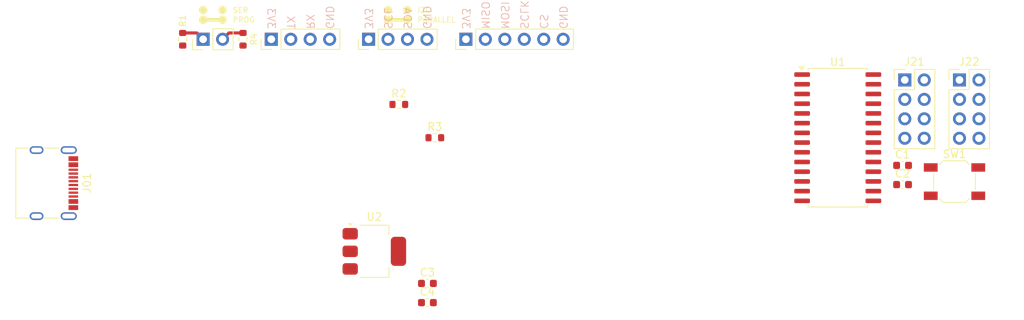
<source format=kicad_pcb>
(kicad_pcb (version 20241229) (generator "pcbnew") (generator_version "9.0")
  (layers (0 "F.Cu" signal) (2 "B.Cu" signal) (13 "F.Paste" user) (15 "B.Paste" user) (5 "F.SilkS" user "F.Silkscreen") (7 "B.SilkS" user "B.Silkscreen") (1 "F.Mask" user) (3 "B.Mask" user) (25 "Edge.Cuts" user))
  (net 0 "")
  (net 1 "/UART_RX")
  (net 2 "/UART_TX")
  (net 3 "/ACT#")
  (net 4 "/SPI_HOLD")
  (net 5 "/I2C_SDA")
  (net 6 "/I2C_SCL")
  (net 7 "GND")
  (net 8 "/SPI_CLK")
  (net 9 "/SPI_CS")
  (net 10 "/SPI_MOSI")
  (net 11 "/SPI_MISO")
  (net 12 "Net-(U1-XO)")
  (net 13 "Net-(U1-XI)")
  (net 14 "/RESET")
  (net 18 "/USB_DN")
  (net 25 "/USB_DP")
  (net 28 "Net-(U2-VI)")
  (net 33 "Net-(J02-Pin_2)")
  (footprint "Connector_PinHeader_2.54mm:PinHeader_1x04_P2.54mm_Vertical" (layer "F.Cu") (at 61.395 27.8 90)
    (property "Reference" "J11" (hide yes))
    (property "Value" "CONN_I2C")
    (fp_line (start -1.33 -1.33) (end 0 -1.33) (stroke (width 0.12)) (layer "F.SilkS"))
    (fp_line (start -1.33 0) (end -1.33 -1.33) (stroke (width 0.12)) (layer "F.SilkS"))
    (fp_line (start 1.33 1.27) (end 1.33 8.95) (stroke (width 0.12)) (layer "F.SilkS"))
    (fp_line (start -1.33 1.27) (end 1.33 1.27) (stroke (width 0.12)) (layer "F.SilkS"))
    (fp_line (start -1.33 1.27) (end -1.33 8.95) (stroke (width 0.12)) (layer "F.SilkS"))
    (fp_line (start -1.33 8.95) (end 1.33 8.95) (stroke (width 0.12)) (layer "F.SilkS"))
    (pad "1" thru_hole rect (at 0 0 90) (size 1.7 1.7) (drill 1) (layers "*.Cu" "*.Mask") (net 4 "/SPI_HOLD"))
    (pad "2" thru_hole oval (at 0 2.54 90) (size 1.7 1.7) (drill 1) (layers "*.Cu" "*.Mask") (net 6 "/I2C_SCL"))
    (pad "3" thru_hole oval (at 0 5.08 90) (size 1.7 1.7) (drill 1) (layers "*.Cu" "*.Mask") (net 5 "/I2C_SDA"))
    (pad "4" thru_hole oval (at 0 7.62 90) (size 1.7 1.7) (drill 1) (layers "*.Cu" "*.Mask") (net 7 "GND"))
  )
  (footprint "Connector_PinHeader_2.54mm:PinHeader_1x06_P2.54mm_Vertical" (layer "F.Cu") (at 74.095 27.8 90)
    (property "Reference" "J13" (hide yes))
    (property "Value" "CONN_SPI")
    (fp_line (start -1.33 -1.33) (end 0 -1.33) (stroke (width 0.12)) (layer "F.SilkS"))
    (fp_line (start -1.33 0) (end -1.33 -1.33) (stroke (width 0.12)) (layer "F.SilkS"))
    (fp_line (start 1.33 1.270001) (end 1.33 14.03) (stroke (width 0.12)) (layer "F.SilkS"))
    (fp_line (start -1.33 1.270001) (end 1.33 1.270001) (stroke (width 0.12)) (layer "F.SilkS"))
    (fp_line (start -1.33 1.270001) (end -1.33 14.03) (stroke (width 0.12)) (layer "F.SilkS"))
    (fp_line (start -1.33 14.03) (end 1.33 14.03) (stroke (width 0.12)) (layer "F.SilkS"))
    (pad "1" thru_hole rect (at 0 0 90) (size 1.7 1.7) (drill 1) (layers "*.Cu" "*.Mask") (net 4 "/SPI_HOLD"))
    (pad "2" thru_hole oval (at 0 2.54 90) (size 1.7 1.7) (drill 1) (layers "*.Cu" "*.Mask") (net 11 "/SPI_MISO"))
    (pad "3" thru_hole oval (at 0 5.079999 90) (size 1.7 1.7) (drill 1) (layers "*.Cu" "*.Mask") (net 10 "/SPI_MOSI"))
    (pad "4" thru_hole oval (at 0 7.62 90) (size 1.7 1.7) (drill 1) (layers "*.Cu" "*.Mask") (net 8 "/SPI_CLK"))
    (pad "5" thru_hole oval (at 0 10.16 90) (size 1.7 1.7) (drill 1) (layers "*.Cu" "*.Mask") (net 9 "/SPI_CS"))
    (pad "6" thru_hole oval (at 0 12.7 90) (size 1.7 1.7) (drill 1) (layers "*.Cu" "*.Mask") (net 7 "GND"))
  )
  (footprint "Capacitor_SMD:C_0603_1608Metric" (layer "F.Cu") (at 69.075 59.72)
    (property "Reference" "C3" (at 0 -1.43 0) (layer "F.SilkS"))
    (property "Value" "100nF")
    (fp_line (start -0.14058 -0.51) (end 0.14058 -0.51) (stroke (width 0.12)) (layer "F.SilkS"))
    (fp_line (start -0.14058 0.51) (end 0.14058 0.51) (stroke (width 0.12)) (layer "F.SilkS"))
    (pad "1" smd roundrect (at -0.775 0) (size 0.9 0.95) (layers "F.Cu" "F.Mask" "F.Paste") (net 28 "Net-(U2-VI)"))
    (pad "2" smd roundrect (at 0.775 0) (size 0.9 0.95) (layers "F.Cu" "F.Mask" "F.Paste") (net 7 "GND"))
  )
  (footprint "Button_Switch_SMD:SW_SPST_SKQG_WithoutStem" (layer "F.Cu") (at 137.87 46.41)
    (property "Reference" "SW1" (at 0 -3.6 0) (layer "F.SilkS"))
    (property "Value" "SW_SPST")
    (fp_line (start -2.72 1.04) (end -2.72 -1.04) (stroke (width 0.12)) (layer "F.SilkS"))
    (fp_line (start -1.45 -2.72) (end -1.94 -2.23) (stroke (width 0.12)) (layer "F.SilkS"))
    (fp_line (start -1.45 -2.72) (end 1.45 -2.72) (stroke (width 0.12)) (layer "F.SilkS"))
    (fp_line (start -1.45 2.72) (end -1.94 2.23) (stroke (width 0.12)) (layer "F.SilkS"))
    (fp_line (start -1.45 2.72) (end 1.45 2.72) (stroke (width 0.12)) (layer "F.SilkS"))
    (fp_line (start 1.45 -2.72) (end 1.94 -2.23) (stroke (width 0.12)) (layer "F.SilkS"))
    (fp_line (start 1.45 2.72) (end 1.94 2.23) (stroke (width 0.12)) (layer "F.SilkS"))
    (fp_line (start 2.72 1.04) (end 2.72 -1.04) (stroke (width 0.12)) (layer "F.SilkS"))
    (pad "1" smd rect (at -3.1 -1.85) (size 1.8 1.1) (layers "F.Cu" "F.Mask" "F.Paste") (net 14 "/RESET"))
    (pad "1" smd rect (at 3.1 -1.85) (size 1.8 1.1) (layers "F.Cu" "F.Mask" "F.Paste") (net 14 "/RESET"))
    (pad "2" smd rect (at -3.1 1.85) (size 1.8 1.1) (layers "F.Cu" "F.Mask" "F.Paste") (net 4 "/SPI_HOLD"))
    (pad "2" smd rect (at 3.1 1.85) (size 1.8 1.1) (layers "F.Cu" "F.Mask" "F.Paste") (net 4 "/SPI_HOLD"))
  )
  (footprint "Connector_PinHeader_2.54mm:PinHeader_2x04_P2.54mm_Vertical" (layer "F.Cu") (at 138.52 33.12)
    (property "Reference" "J22" (at 1.27 -2.38 0) (layer "F.SilkS"))
    (property "Value" "CONN_I2C_EEPROM")
    (fp_line (start -1.38 -1.38) (end 0 -1.38) (stroke (width 0.12)) (layer "F.SilkS"))
    (fp_line (start -1.38 0) (end -1.38 -1.38) (stroke (width 0.12)) (layer "F.SilkS"))
    (fp_line (start -1.38 1.27) (end -1.38 9) (stroke (width 0.12)) (layer "F.SilkS"))
    (fp_line (start -1.38 1.27) (end 1.27 1.27) (stroke (width 0.12)) (layer "F.SilkS"))
    (fp_line (start -1.38 9) (end 3.92 9) (stroke (width 0.12)) (layer "F.SilkS"))
    (fp_line (start 1.27 -1.38) (end 3.92 -1.38) (stroke (width 0.12)) (layer "F.SilkS"))
    (fp_line (start 1.27 1.27) (end 1.27 -1.38) (stroke (width 0.12)) (layer "F.SilkS"))
    (fp_line (start 3.92 -1.38) (end 3.92 9) (stroke (width 0.12)) (layer "F.SilkS"))
    (pad "1" thru_hole rect (at 0 0) (size 1.7 1.7) (drill 1) (layers "*.Cu" "*.Mask") (net 7 "GND"))
    (pad "2" thru_hole circle (at 2.54 0) (size 1.7 1.7) (drill 1) (layers "*.Cu" "*.Mask") (net 7 "GND"))
    (pad "3" thru_hole circle (at 0 2.54) (size 1.7 1.7) (drill 1) (layers "*.Cu" "*.Mask") (net 7 "GND"))
    (pad "4" thru_hole circle (at 2.54 2.54) (size 1.7 1.7) (drill 1) (layers "*.Cu" "*.Mask") (net 7 "GND"))
    (pad "5" thru_hole circle (at 0 5.08) (size 1.7 1.7) (drill 1) (layers "*.Cu" "*.Mask") (net 5 "/I2C_SDA"))
    (pad "6" thru_hole circle (at 2.54 5.08) (size 1.7 1.7) (drill 1) (layers "*.Cu" "*.Mask") (net 6 "/I2C_SCL"))
    (pad "7" thru_hole circle (at 0 7.62) (size 1.7 1.7) (drill 1) (layers "*.Cu" "*.Mask") (net 7 "GND"))
    (pad "8" thru_hole circle (at 2.54 7.62) (size 1.7 1.7) (drill 1) (layers "*.Cu" "*.Mask") (net 4 "/SPI_HOLD"))
  )
  (footprint "Capacitor_SMD:C_0603_1608Metric" (layer "F.Cu") (at 69.075 62.23)
    (property "Reference" "C4" (at 0 -1.43 0) (layer "F.SilkS"))
    (property "Value" "100nF")
    (fp_line (start -0.14058 -0.51) (end 0.14058 -0.51) (stroke (width 0.12)) (layer "F.SilkS"))
    (fp_line (start -0.14058 0.51) (end 0.14058 0.51) (stroke (width 0.12)) (layer "F.SilkS"))
    (pad "1" smd roundrect (at -0.775 0) (size 0.9 0.95) (layers "F.Cu" "F.Mask" "F.Paste") (net 4 "/SPI_HOLD"))
    (pad "2" smd roundrect (at 0.775 0) (size 0.9 0.95) (layers "F.Cu" "F.Mask" "F.Paste") (net 7 "GND"))
  )
  (footprint "Resistor_SMD:R_0603_1608Metric" (layer "F.Cu") (at 45.007 27.8 -90)
    (property "Reference" "R4" (at 0 -1.393 90) (layer "F.SilkS") (effects (font (size 0.8 0.8))))
    (property "Value" "2K2")
    (fp_line (start -0.237258 0.5225) (end 0.237258 0.5225) (stroke (width 0.12)) (layer "F.SilkS"))
    (fp_line (start -0.237258 -0.5225) (end 0.237258 -0.5225) (stroke (width 0.12)) (layer "F.SilkS"))
    (pad "1" smd roundrect (at -0.825 0 270) (size 0.8 0.95) (layers "F.Cu" "F.Mask" "F.Paste") (net 33 "Net-(J02-Pin_2)"))
    (pad "2" smd roundrect (at 0.825 0 270) (size 0.8 0.95) (layers "F.Cu" "F.Mask" "F.Paste") (net 7 "GND"))
  )
  (footprint "Resistor_SMD:R_0603_1608Metric" (layer "F.Cu") (at 70.041 40.67)
    (property "Reference" "R3" (at 0 -1.43 0) (layer "F.SilkS"))
    (property "Value" "2K2")
    (fp_line (start -0.237258 -0.5225) (end 0.237258 -0.5225) (stroke (width 0.12)) (layer "F.SilkS"))
    (fp_line (start -0.237258 0.5225) (end 0.237258 0.5225) (stroke (width 0.12)) (layer "F.SilkS"))
    (pad "1" smd roundrect (at -0.825 0) (size 0.8 0.95) (layers "F.Cu" "F.Mask" "F.Paste") (net 7 "GND"))
    (pad "2" smd roundrect (at 0.825 0) (size 0.8 0.95) (layers "F.Cu" "F.Mask" "F.Paste") (net 14 "/RESET"))
  )
  (footprint "Package_TO_SOT_SMD:SOT-223-3_TabPin2" (layer "F.Cu") (at 62.145 55.525)
    (property "Reference" "U2" (at 0 -4.5 0) (layer "F.SilkS"))
    (property "Value" "AMS1117-3.3")
    (fp_line (start -1.85 -3.41) (end 1.91 -3.41) (stroke (width 0.12)) (layer "F.SilkS"))
    (fp_line (start -1.85 3.41) (end 1.91 3.41) (stroke (width 0.12)) (layer "F.SilkS"))
    (fp_line (start 1.91 -3.41) (end 1.91 -2.15) (stroke (width 0.12)) (layer "F.SilkS"))
    (fp_line (start 1.91 3.41) (end 1.91 2.15) (stroke (width 0.12)) (layer "F.SilkS"))
    (fp_poly (pts (xy -3.13 -3.31) (xy -3.37 -3.64) (xy -2.89 -3.64) (xy -3.13 -3.31)) (stroke (width 0.12)) (fill yes) (layer "F.SilkS"))
    (pad "1" smd roundrect (at -3.15 -2.3) (size 2 1.5) (layers "F.Cu" "F.Mask" "F.Paste") (net 7 "GND"))
    (pad "2" smd roundrect (at -3.15 0) (size 2 1.5) (layers "F.Cu" "F.Mask" "F.Paste") (net 4 "/SPI_HOLD"))
    (pad "2" smd roundrect (at 3.15 0) (size 2 3.8) (layers "F.Cu" "F.Mask" "F.Paste") (net 4 "/SPI_HOLD"))
    (pad "3" smd roundrect (at -3.15 2.3) (size 2 1.5) (layers "F.Cu" "F.Mask" "F.Paste") (net 28 "Net-(U2-VI)"))
  )
  (footprint "Capacitor_SMD:C_0603_1608Metric" (layer "F.Cu") (at 131.09 46.8)
    (property "Reference" "C2" (at 0 -1.43 0) (layer "F.SilkS"))
    (property "Value" "20pF")
    (fp_line (start -0.14058 -0.51) (end 0.14058 -0.51) (stroke (width 0.12)) (layer "F.SilkS"))
    (fp_line (start -0.14058 0.51) (end 0.14058 0.51) (stroke (width 0.12)) (layer "F.SilkS"))
    (pad "1" smd roundrect (at -0.775 0) (size 0.9 0.95) (layers "F.Cu" "F.Mask" "F.Paste") (net 13 "Net-(U1-XI)"))
    (pad "2" smd roundrect (at 0.775 0) (size 0.9 0.95) (layers "F.Cu" "F.Mask" "F.Paste") (net 7 "GND"))
  )
  (footprint "Connector_PinHeader_2.54mm:PinHeader_1x04_P2.54mm_Vertical" (layer "F.Cu") (at 48.695 27.8 90)
    (property "Reference" "J12" (hide yes))
    (property "Value" "CONN_UART")
    (fp_line (start -1.33 -1.33) (end 0 -1.33) (stroke (width 0.12)) (layer "F.SilkS"))
    (fp_line (start -1.33 0) (end -1.33 -1.33) (stroke (width 0.12)) (layer "F.SilkS"))
    (fp_line (start 1.33 1.27) (end 1.33 8.95) (stroke (width 0.12)) (layer "F.SilkS"))
    (fp_line (start -1.33 1.27) (end 1.33 1.27) (stroke (width 0.12)) (layer "F.SilkS"))
    (fp_line (start -1.33 1.27) (end -1.33 8.95) (stroke (width 0.12)) (layer "F.SilkS"))
    (fp_line (start -1.33 8.95) (end 1.33 8.95) (stroke (width 0.12)) (layer "F.SilkS"))
    (pad "1" thru_hole rect (at 0 0 90) (size 1.7 1.7) (drill 1) (layers "*.Cu" "*.Mask") (net 4 "/SPI_HOLD"))
    (pad "2" thru_hole oval (at 0 2.54 90) (size 1.7 1.7) (drill 1) (layers "*.Cu" "*.Mask") (net 2 "/UART_TX"))
    (pad "3" thru_hole oval (at 0 5.08 90) (size 1.7 1.7) (drill 1) (layers "*.Cu" "*.Mask") (net 1 "/UART_RX"))
    (pad "4" thru_hole oval (at 0 7.62 90) (size 1.7 1.7) (drill 1) (layers "*.Cu" "*.Mask") (net 7 "GND"))
  )
  (footprint "Resistor_SMD:R_0603_1608Metric" (layer "F.Cu") (at 65.341 36.322)
    (property "Reference" "R2" (at 0 -1.43 0) (layer "F.SilkS"))
    (property "Value" "2K2")
    (fp_line (start -0.237258 -0.5225) (end 0.237258 -0.5225) (stroke (width 0.12)) (layer "F.SilkS"))
    (fp_line (start -0.237258 0.5225) (end 0.237258 0.5225) (stroke (width 0.12)) (layer "F.SilkS"))
    (pad "1" smd roundrect (at -0.825 0) (size 0.8 0.95) (layers "F.Cu" "F.Mask" "F.Paste"))
    (pad "2" smd roundrect (at 0.825 0) (size 0.8 0.95) (layers "F.Cu" "F.Mask" "F.Paste") (net 7 "GND"))
  )
  (footprint "Capacitor_SMD:C_0603_1608Metric" (layer "F.Cu") (at 131.09 44.29)
    (property "Reference" "C1" (at 0 -1.43 0) (layer "F.SilkS"))
    (property "Value" "20pF")
    (fp_line (start -0.14058 -0.51) (end 0.14058 -0.51) (stroke (width 0.12)) (layer "F.SilkS"))
    (fp_line (start -0.14058 0.51) (end 0.14058 0.51) (stroke (width 0.12)) (layer "F.SilkS"))
    (pad "1" smd roundrect (at -0.775 0) (size 0.9 0.95) (layers "F.Cu" "F.Mask" "F.Paste") (net 12 "Net-(U1-XO)"))
    (pad "2" smd roundrect (at 0.775 0) (size 0.9 0.95) (layers "F.Cu" "F.Mask" "F.Paste") (net 7 "GND"))
  )
  (footprint "Package_SO:SOIC-28W_7.5x17.9mm_P1.27mm" (layer "F.Cu") (at 122.63 40.67)
    (property "Reference" "U1" (at 0 -9.9 0) (layer "F.SilkS"))
    (property "Value" "CH341A")
    (fp_line (start -3.86 -9.06) (end -3.86 -8.815) (stroke (width 0.12)) (layer "F.SilkS"))
    (fp_line (start -3.86 9.06) (end -3.86 8.815) (stroke (width 0.12)) (layer "F.SilkS"))
    (fp_line (start 0 -9.06) (end -3.86 -9.06) (stroke (width 0.12)) (layer "F.SilkS"))
    (fp_line (start 0 -9.06) (end 3.86 -9.06) (stroke (width 0.12)) (layer "F.SilkS"))
    (fp_line (start 0 9.06) (end -3.86 9.06) (stroke (width 0.12)) (layer "F.SilkS"))
    (fp_line (start 0 9.06) (end 3.86 9.06) (stroke (width 0.12)) (layer "F.SilkS"))
    (fp_line (start 3.86 -9.06) (end 3.86 -8.815) (stroke (width 0.12)) (layer "F.SilkS"))
    (fp_line (start 3.86 9.06) (end 3.86 8.815) (stroke (width 0.12)) (layer "F.SilkS"))
    (fp_poly (pts (xy -4.7125 -8.815) (xy -5.0525 -9.285) (xy -4.3725 -9.285)) (stroke (width 0.12)) (fill yes) (layer "F.SilkS"))
    (pad "1" smd roundrect (at -4.65 -8.255) (size 2.05 0.6) (layers "F.Cu" "F.Mask" "F.Paste") (net 3 "/ACT#"))
    (pad "2" smd roundrect (at -4.65 -6.985) (size 2.05 0.6) (layers "F.Cu" "F.Mask" "F.Paste") (net 14 "/RESET"))
    (pad "3" smd roundrect (at -4.65 -5.715) (size 2.05 0.6) (layers "F.Cu" "F.Mask" "F.Paste"))
    (pad "4" smd roundrect (at -4.65 -4.445) (size 2.05 0.6) (layers "F.Cu" "F.Mask" "F.Paste"))
    (pad "5" smd roundrect (at -4.65 -3.175) (size 2.05 0.6) (layers "F.Cu" "F.Mask" "F.Paste") (net 2 "/UART_TX"))
    (pad "6" smd roundrect (at -4.65 -1.905) (size 2.05 0.6) (layers "F.Cu" "F.Mask" "F.Paste") (net 1 "/UART_RX"))
    (pad "7" smd roundrect (at -4.65 -0.635) (size 2.05 0.6) (layers "F.Cu" "F.Mask" "F.Paste"))
    (pad "8" smd roundrect (at -4.65 0.635) (size 2.05 0.6) (layers "F.Cu" "F.Mask" "F.Paste"))
    (pad "9" smd roundrect (at -4.65 1.905) (size 2.05 0.6) (layers "F.Cu" "F.Mask" "F.Paste") (net 4 "/SPI_HOLD"))
    (pad "10" smd roundrect (at -4.65 3.175) (size 2.05 0.6) (layers "F.Cu" "F.Mask" "F.Paste") (net 25 "/USB_DP"))
    (pad "11" smd roundrect (at -4.65 4.445) (size 2.05 0.6) (layers "F.Cu" "F.Mask" "F.Paste") (net 18 "/USB_DN"))
    (pad "12" smd roundrect (at -4.65 5.715) (size 2.05 0.6) (layers "F.Cu" "F.Mask" "F.Paste") (net 7 "GND"))
    (pad "13" smd roundrect (at -4.65 6.985) (size 2.05 0.6) (layers "F.Cu" "F.Mask" "F.Paste") (net 13 "Net-(U1-XI)"))
    (pad "14" smd roundrect (at -4.65 8.255) (size 2.05 0.6) (layers "F.Cu" "F.Mask" "F.Paste") (net 12 "Net-(U1-XO)"))
    (pad "15" smd roundrect (at 4.65 8.255) (size 2.05 0.6) (layers "F.Cu" "F.Mask" "F.Paste") (net 9 "/SPI_CS"))
    (pad "16" smd roundrect (at 4.65 6.985) (size 2.05 0.6) (layers "F.Cu" "F.Mask" "F.Paste"))
    (pad "17" smd roundrect (at 4.65 5.715) (size 2.05 0.6) (layers "F.Cu" "F.Mask" "F.Paste"))
    (pad "18" smd roundrect (at 4.65 4.445) (size 2.05 0.6) (layers "F.Cu" "F.Mask" "F.Paste") (net 8 "/SPI_CLK"))
    (pad "19" smd roundrect (at 4.65 3.175) (size 2.05 0.6) (layers "F.Cu" "F.Mask" "F.Paste"))
    (pad "20" smd roundrect (at 4.65 1.905) (size 2.05 0.6) (layers "F.Cu" "F.Mask" "F.Paste") (net 10 "/SPI_MOSI"))
    (pad "21" smd roundrect (at 4.65 0.635) (size 2.05 0.6) (layers "F.Cu" "F.Mask" "F.Paste"))
    (pad "22" smd roundrect (at 4.65 -0.635) (size 2.05 0.6) (layers "F.Cu" "F.Mask" "F.Paste") (net 11 "/SPI_MISO"))
    (pad "23" smd roundrect (at 4.65 -1.905) (size 2.05 0.6) (layers "F.Cu" "F.Mask" "F.Paste") (net 5 "/I2C_SDA"))
    (pad "24" smd roundrect (at 4.65 -3.175) (size 2.05 0.6) (layers "F.Cu" "F.Mask" "F.Paste") (net 6 "/I2C_SCL"))
    (pad "25" smd roundrect (at 4.65 -4.445) (size 2.05 0.6) (layers "F.Cu" "F.Mask" "F.Paste"))
    (pad "26" smd roundrect (at 4.65 -5.715) (size 2.05 0.6) (layers "F.Cu" "F.Mask" "F.Paste"))
    (pad "27" smd roundrect (at 4.65 -6.985) (size 2.05 0.6) (layers "F.Cu" "F.Mask" "F.Paste"))
    (pad "28" smd roundrect (at 4.65 -8.255) (size 2.05 0.6) (layers "F.Cu" "F.Mask" "F.Paste") (net 4 "/SPI_HOLD"))
  )
  (footprint "Connector_PinHeader_2.54mm:PinHeader_1x02_P2.54mm_Vertical" (layer "F.Cu") (at 39.8 27.8 90)
    (property "Reference" "J02" (hide yes))
    (property "Value" "CONN_MODE")
    (fp_line (start -1.38 -1.38) (end 0 -1.379999) (stroke (width 0.12)) (layer "F.SilkS"))
    (fp_line (start -1.379999 0) (end -1.38 -1.38) (stroke (width 0.12)) (layer "F.SilkS"))
    (fp_line (start 1.38 1.27) (end 1.38 3.92) (stroke (width 0.12)) (layer "F.SilkS"))
    (fp_line (start -1.38 1.27) (end 1.38 1.27) (stroke (width 0.12)) (layer "F.SilkS"))
    (fp_line (start -1.38 1.27) (end -1.38 3.92) (stroke (width 0.12)) (layer "F.SilkS"))
    (fp_line (start -1.38 3.92) (end 1.38 3.92) (stroke (width 0.12)) (layer "F.SilkS"))
    (pad "1" thru_hole rect (at 0 0 90) (size 1.7 1.7) (drill 1) (layers "*.Cu" "*.Mask") (net 3 "/ACT#"))
    (pad "2" thru_hole circle (at 0 2.54 90) (size 1.7 1.7) (drill 1) (layers "*.Cu" "*.Mask") (net 33 "Net-(J02-Pin_2)"))
  )
  (footprint "Connector_PinHeader_2.54mm:PinHeader_2x04_P2.54mm_Vertical" (layer "F.Cu") (at 131.38 33.12)
    (property "Reference" "J21" (at 1.27 -2.38 0) (layer "F.SilkS"))
    (property "Value" "CONN_SPI_FLASH")
    (fp_line (start -1.38 -1.38) (end 0 -1.38) (stroke (width 0.12)) (layer "F.SilkS"))
    (fp_line (start -1.38 0) (end -1.38 -1.38) (stroke (width 0.12)) (layer "F.SilkS"))
    (fp_line (start -1.38 1.27) (end -1.38 9) (stroke (width 0.12)) (layer "F.SilkS"))
    (fp_line (start -1.38 1.27) (end 1.27 1.27) (stroke (width 0.12)) (layer "F.SilkS"))
    (fp_line (start -1.38 9) (end 3.92 9) (stroke (width 0.12)) (layer "F.SilkS"))
    (fp_line (start 1.27 -1.38) (end 3.92 -1.38) (stroke (width 0.12)) (layer "F.SilkS"))
    (fp_line (start 1.27 1.27) (end 1.27 -1.38) (stroke (width 0.12)) (layer "F.SilkS"))
    (fp_line (start 3.92 -1.38) (end 3.92 9) (stroke (width 0.12)) (layer "F.SilkS"))
    (pad "1" thru_hole rect (at 0 0) (size 1.7 1.7) (drill 1) (layers "*.Cu" "*.Mask") (net 9 "/SPI_CS"))
    (pad "2" thru_hole circle (at 2.54 0) (size 1.7 1.7) (drill 1) (layers "*.Cu" "*.Mask") (net 11 "/SPI_MISO"))
    (pad "3" thru_hole circle (at 0 2.54) (size 1.7 1.7) (drill 1) (layers "*.Cu" "*.Mask") (net 4 "/SPI_HOLD"))
    (pad "4" thru_hole circle (at 2.54 2.54) (size 1.7 1.7) (drill 1) (layers "*.Cu" "*.Mask") (net 7 "GND"))
    (pad "5" thru_hole circle (at 0 5.08) (size 1.7 1.7) (drill 1) (layers "*.Cu" "*.Mask") (net 10 "/SPI_MOSI"))
    (pad "6" thru_hole circle (at 2.54 5.08) (size 1.7 1.7) (drill 1) (layers "*.Cu" "*.Mask") (net 8 "/SPI_CLK"))
    (pad "7" thru_hole circle (at 0 7.62) (size 1.7 1.7) (drill 1) (layers "*.Cu" "*.Mask") (net 4 "/SPI_HOLD"))
    (pad "8" thru_hole circle (at 2.54 7.62) (size 1.7 1.7) (drill 1) (layers "*.Cu" "*.Mask") (net 4 "/SPI_HOLD"))
  )
  (footprint "Connector_USB:USB_C_Receptacle_G-Switch_GT-USB-7010ASV" (layer "F.Cu") (at 19.135 46.605 -90)
    (property "Reference" "J01" (at 0 -5.5 90) (layer "F.SilkS"))
    (property "Value" "USB_C")
    (fp_line (start -4.58 3.785) (end -4.58 2.08) (stroke (width 0.12)) (layer "F.SilkS"))
    (fp_line (start 4.58 3.785) (end -4.58 3.785) (stroke (width 0.12)) (layer "F.SilkS"))
    (fp_line (start 4.58 2.08) (end 4.58 3.785) (stroke (width 0.12)) (layer "F.SilkS"))
    (fp_line (start 4.580001 0.07) (end 4.580001 -1.85) (stroke (width 0.12)) (layer "F.SilkS"))
    (fp_line (start -4.580001 -1.85) (end -4.580001 0.07) (stroke (width 0.12)) (layer "F.SilkS"))
    (pad "" np_thru_hole circle (at -2.89 -2.605 270) (size 0.65 0.65) (drill 0.65) (layers "*.Cu" "*.Mask"))
    (pad "" np_thru_hole circle (at 2.89 -2.605 270) (size 0.65 0.65) (drill 0.65) (layers "*.Cu" "*.Mask"))
    (pad "A1" smd rect (at -3.2 -3.725 270) (size 0.6 1.24) (layers "F.Cu" "F.Mask" "F.Paste") (net 7 "GND"))
    (pad "A4" smd rect (at -2.4 -3.725 270) (size 0.6 1.24) (layers "F.Cu" "F.Mask" "F.Paste") (net 28 "Net-(U2-VI)"))
    (pad "A5" smd rect (at -1.25 -3.725 270) (size 0.3 1.24) (layers "F.Cu" "F.Mask" "F.Paste"))
    (pad "A6" smd rect (at -0.25 -3.725 270) (size 0.3 1.24) (layers "F.Cu" "F.Mask" "F.Paste") (net 25 "/USB_DP"))
    (pad "A7" smd rect (at 0.25 -3.725 270) (size 0.3 1.24) (layers "F.Cu" "F.Mask" "F.Paste") (net 18 "/USB_DN"))
    (pad "A8" smd rect (at 1.25 -3.725 270) (size 0.3 1.24) (layers "F.Cu" "F.Mask" "F.Paste"))
    (pad "A9" smd rect (at 2.4 -3.725 270) (size 0.6 1.24) (layers "F.Cu" "F.Mask" "F.Paste") (net 28 "Net-(U2-VI)"))
    (pad "A12" smd rect (at 3.2 -3.725 270) (size 0.6 1.24) (layers "F.Cu" "F.Mask" "F.Paste") (net 7 "GND"))
    (pad "B1" smd rect (at 3.2 -3.725 270) (size 0.6 1.24) (layers "F.Cu" "F.Mask" "F.Paste") (net 7 "GND"))
    (pad "B4" smd rect (at 2.4 -3.725 270) (size 0.6 1.24) (layers "F.Cu" "F.Mask" "F.Paste") (net 28 "Net-(U2-VI)"))
    (pad "B5" smd rect (at 1.75 -3.725 270) (size 0.3 1.24) (layers "F.Cu" "F.Mask" "F.Paste"))
    (pad "B6" smd rect (at 0.75 -3.725 270) (size 0.3 1.24) (layers "F.Cu" "F.Mask" "F.Paste") (net 25 "/USB_DP"))
    (pad "B7" smd rect (at -0.75 -3.725 270) (size 0.3 1.24) (layers "F.Cu" "F.Mask" "F.Paste") (net 18 "/USB_DN"))
    (pad "B8" smd rect (at -1.75 -3.725 270) (size 0.3 1.24) (layers "F.Cu" "F.Mask" "F.Paste"))
    (pad "B9" smd rect (at -2.4 -3.725 270) (size 0.6 1.24) (layers "F.Cu" "F.Mask" "F.Paste") (net 28 "Net-(U2-VI)"))
    (pad "B12" smd rect (at -3.2 -3.725 270) (size 0.6 1.24) (layers "F.Cu" "F.Mask" "F.Paste") (net 7 "GND"))
    (pad "S1" thru_hole oval (at -4.32 -3.125 270) (size 1 2.1) (drill oval 0.6 1.7) (property pad_prop_heatsink) (layers "*.Cu" "*.Mask") (net 7 "GND"))
    (pad "S1" thru_hole oval (at -4.32 1.075 270) (size 1 1.8) (drill oval 0.6 1.4) (property pad_prop_heatsink) (layers "*.Cu" "*.Mask") (net 7 "GND"))
    (pad "S1" thru_hole oval (at 4.32 -3.125 270) (size 1 2.1) (drill oval 0.6 1.7) (property pad_prop_heatsink) (layers "*.Cu" "*.Mask") (net 7 "GND"))
    (pad "S1" thru_hole oval (at 4.32 1.075 270) (size 1 1.8) (drill oval 0.6 1.4) (property pad_prop_heatsink) (layers "*.Cu" "*.Mask") (net 7 "GND"))
  )
  (footprint "Resistor_SMD:R_0603_1608Metric" (layer "F.Cu") (at 37.133 27.8 90)
    (property "Reference" "R1" (at 1.524 0 90) (layer "F.SilkS") (effects (font (size 0.8 0.8)) (justify left)))
    (property "Value" "2K2")
    (fp_line (start -0.237258 -0.5225) (end 0.237258 -0.5225) (stroke (width 0.12)) (layer "F.SilkS"))
    (fp_line (start -0.237258 0.5225) (end 0.237258 0.5225) (stroke (width 0.12)) (layer "F.SilkS"))
    (pad "1" smd roundrect (at -0.825 0 90) (size 0.8 0.95) (layers "F.Cu" "F.Mask" "F.Paste"))
    (pad "2" smd roundrect (at 0.825 0 90) (size 0.8 0.95) (layers "F.Cu" "F.Mask" "F.Paste") (net 3 "/ACT#"))
  )
  (gr_circle (center 66.465 23.99) (end 66.965 23.99) (stroke (width 0.1)) (fill yes) (layer "F.SilkS"))
  (gr_line (start 39.8 25.26) (end 42.34 25.26) (stroke (width 0.5)) (layer "F.SilkS"))
  (gr_circle (center 63.925 23.99) (end 64.425 23.99) (stroke (width 0.1)) (fill yes) (layer "F.SilkS"))
  (gr_circle (center 66.465 25.26) (end 66.965 25.26) (stroke (width 0.1)) (fill yes) (layer "F.SilkS"))
  (gr_circle (center 42.34 23.99) (end 42.84 23.99) (stroke (width 0.1)) (fill yes) (layer "F.SilkS"))
  (gr_circle (center 63.925 25.26) (end 64.425 25.26) (stroke (width 0.1)) (fill yes) (layer "F.SilkS"))
  (gr_circle (center 42.34 25.26) (end 42.84 25.26) (stroke (width 0.1)) (fill yes) (layer "F.SilkS"))
  (gr_circle (center 39.8 25.26) (end 40.3 25.26) (stroke (width 0.1)) (fill yes) (layer "F.SilkS"))
  (gr_line (start 63.925 25.26) (end 66.465 25.26) (stroke (width 0.5)) (layer "F.SilkS"))
  (gr_circle (center 39.8 23.99) (end 40.3 23.99) (stroke (width 0.1)) (fill yes) (layer "F.SilkS"))
  (gr_text "PARALLEL" (at 67.735 25.26 0) (layer "F.SilkS") (effects (font (size 0.7 0.7) (thickness 0.1)) (justify left)))
  (gr_text "PROG" (at 43.61 25.26 0) (layer "F.SilkS") (effects (font (size 0.7 0.7) (thickness 0.1)) (justify left)))
  (gr_text "SER" (at 43.61 23.99 0) (layer "F.SilkS") (effects (font (size 0.7 0.7) (thickness 0.1)) (justify left)))
  (gr_text "I2C" (at 67.735 23.99 0) (layer "F.SilkS") (effects (font (size 0.7 0.7) (thickness 0.1)) (justify left)))
  (gr_text "GND" (at 56.315 26.53 270) (layer "B.SilkS") (effects (font (size 1 1) (thickness 0.1)) (justify left mirror)))
  (gr_text "RX" (at 53.775 26.53 270) (layer "B.SilkS") (effects (font (size 1 1) (thickness 0.1)) (justify left mirror)))
  (gr_text "3V3" (at 74.095 26.53 270) (layer "B.SilkS") (effects (font (size 1 1) (thickness 0.1)) (justify left mirror)))
  (gr_text "SCL" (at 63.935 26.53 270) (layer "B.SilkS") (effects (font (size 1 1) (thickness 0.1)) (justify left mirror)))
  (gr_text "MOSI" (at 79.175 26.53 270) (layer "B.SilkS") (effects (font (size 1 1) (thickness 0.1)) (justify left mirror)))
  (gr_text "TX" (at 51.235 26.53 270) (layer "B.SilkS") (effects (font (size 1 1) (thickness 0.1)) (justify left mirror)))
  (gr_text "SCLK" (at 81.715 26.53 270) (layer "B.SilkS") (effects (font (size 1 1) (thickness 0.1)) (justify left mirror)))
  (gr_text "MISO" (at 76.635 26.53 270) (layer "B.SilkS") (effects (font (size 1 1) (thickness 0.1)) (justify left mirror)))
  (gr_text "CS" (at 84.255 26.53 270) (layer "B.SilkS") (effects (font (size 1 1) (thickness 0.1)) (justify left mirror)))
  (gr_text "SDA" (at 66.475 26.53 270) (layer "B.SilkS") (effects (font (size 1 1) (thickness 0.1)) (justify left mirror)))
  (gr_text "3V3" (at 48.695 26.53 270) (layer "B.SilkS") (effects (font (size 1 1) (thickness 0.1)) (justify left mirror)))
  (gr_text "3V3" (at 61.395 26.53 270) (layer "B.SilkS") (effects (font (size 1 1) (thickness 0.1)) (justify left mirror)))
  (gr_text "GND" (at 86.795 26.53 270) (layer "B.SilkS") (effects (font (size 1 1) (thickness 0.1)) (justify left mirror)))
  (gr_text "GND" (at 69.015 26.53 270) (layer "B.SilkS") (effects (font (size 1 1) (thickness 0.1)) (justify left mirror)))
  (segment (start 38.975 26.975) (end 39.8 27.8) (width 0.4) (layer "F.Cu") (net 3))
  (segment (start 37.133 26.975) (end 38.975 26.975) (width 0.4) (layer "F.Cu") (net 3))
  (segment (start 43.165 26.975) (end 42.34 27.8) (width 0.4) (layer "F.Cu") (net 33))
  (segment (start 45.007 26.975) (end 43.165 26.975) (width 0.4) (layer "F.Cu") (net 33))
)
</source>
